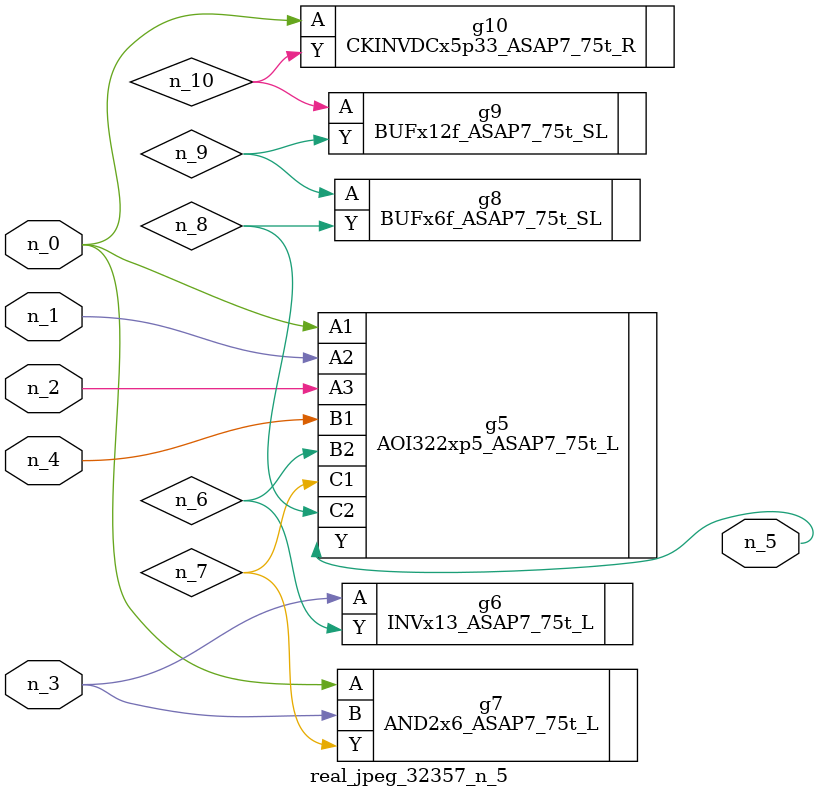
<source format=v>
module real_jpeg_32357_n_5 (n_4, n_0, n_1, n_2, n_3, n_5);

input n_4;
input n_0;
input n_1;
input n_2;
input n_3;

output n_5;

wire n_8;
wire n_6;
wire n_7;
wire n_10;
wire n_9;

AOI322xp5_ASAP7_75t_L g5 ( 
.A1(n_0),
.A2(n_1),
.A3(n_2),
.B1(n_4),
.B2(n_6),
.C1(n_7),
.C2(n_8),
.Y(n_5)
);

AND2x6_ASAP7_75t_L g7 ( 
.A(n_0),
.B(n_3),
.Y(n_7)
);

CKINVDCx5p33_ASAP7_75t_R g10 ( 
.A(n_0),
.Y(n_10)
);

INVx13_ASAP7_75t_L g6 ( 
.A(n_3),
.Y(n_6)
);

BUFx6f_ASAP7_75t_SL g8 ( 
.A(n_9),
.Y(n_8)
);

BUFx12f_ASAP7_75t_SL g9 ( 
.A(n_10),
.Y(n_9)
);


endmodule
</source>
